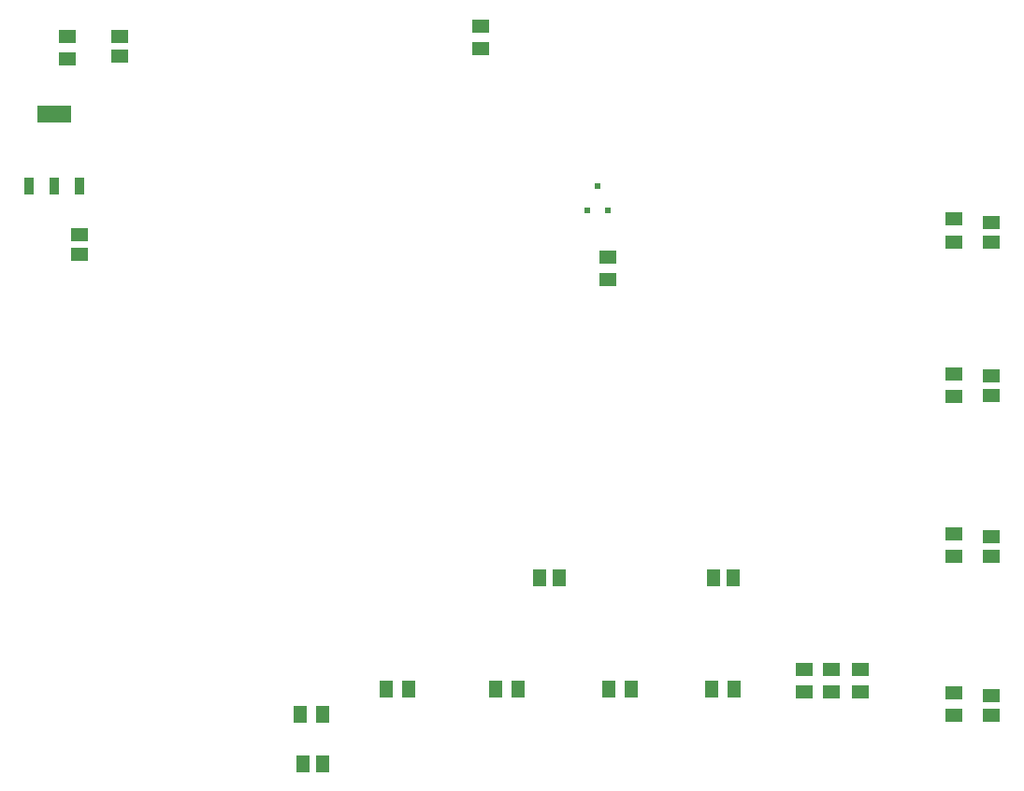
<source format=gtp>
G04*
G04 #@! TF.GenerationSoftware,Altium Limited,Altium Designer,19.0.15 (446)*
G04*
G04 Layer_Color=8421504*
%FSLAX24Y24*%
%MOIN*%
G70*
G01*
G75*
%ADD13R,0.0197X0.0236*%
%ADD14R,0.0616X0.0488*%
%ADD15R,0.1240X0.0591*%
%ADD16R,0.0331X0.0591*%
%ADD17R,0.0591X0.0492*%
%ADD18R,0.0492X0.0591*%
%ADD19R,0.0488X0.0616*%
D13*
X25374Y23755D02*
D03*
X25000Y22908D02*
D03*
X25748D02*
D03*
D14*
X8327Y29101D02*
D03*
Y28400D02*
D03*
X6909Y21322D02*
D03*
Y22022D02*
D03*
X39419Y21764D02*
D03*
Y22465D02*
D03*
Y4880D02*
D03*
Y5581D02*
D03*
Y16284D02*
D03*
Y16985D02*
D03*
Y10550D02*
D03*
Y11251D02*
D03*
D15*
X6014Y26329D02*
D03*
D16*
X6915Y23770D02*
D03*
X6014D02*
D03*
X5112D02*
D03*
D17*
X25748Y20428D02*
D03*
Y21235D02*
D03*
X32746Y5723D02*
D03*
Y6530D02*
D03*
X6484Y28302D02*
D03*
Y29109D02*
D03*
X21201Y29473D02*
D03*
Y28666D02*
D03*
X34734Y5723D02*
D03*
Y6530D02*
D03*
X33720Y5723D02*
D03*
Y6530D02*
D03*
X38080Y22578D02*
D03*
Y21771D02*
D03*
Y5687D02*
D03*
Y4880D02*
D03*
Y17075D02*
D03*
Y16268D02*
D03*
Y11357D02*
D03*
Y10550D02*
D03*
D18*
X29439Y5841D02*
D03*
X30246D02*
D03*
X17834D02*
D03*
X18641D02*
D03*
X15571Y4936D02*
D03*
X14764D02*
D03*
X21742Y5841D02*
D03*
X22549D02*
D03*
X25778D02*
D03*
X26585D02*
D03*
D19*
X14880Y3174D02*
D03*
X15581D02*
D03*
X23310Y9785D02*
D03*
X24011D02*
D03*
X30197D02*
D03*
X29496D02*
D03*
M02*

</source>
